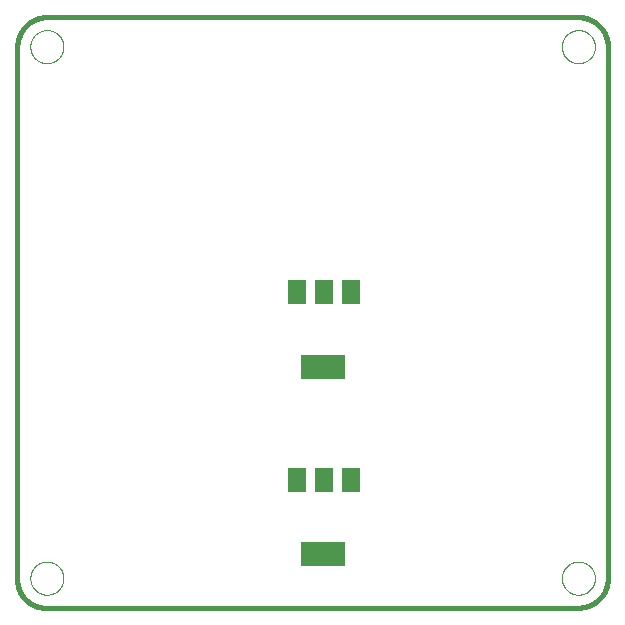
<source format=gbp>
G75*
%MOIN*%
%OFA0B0*%
%FSLAX25Y25*%
%IPPOS*%
%LPD*%
%AMOC8*
5,1,8,0,0,1.08239X$1,22.5*
%
%ADD10C,0.00000*%
%ADD11C,0.01600*%
%ADD12R,0.05900X0.07900*%
%ADD13R,0.15000X0.07900*%
D10*
X0006143Y0011643D02*
X0006145Y0011791D01*
X0006151Y0011939D01*
X0006161Y0012087D01*
X0006175Y0012234D01*
X0006193Y0012381D01*
X0006214Y0012527D01*
X0006240Y0012673D01*
X0006270Y0012818D01*
X0006303Y0012962D01*
X0006341Y0013105D01*
X0006382Y0013247D01*
X0006427Y0013388D01*
X0006475Y0013528D01*
X0006528Y0013667D01*
X0006584Y0013804D01*
X0006644Y0013939D01*
X0006707Y0014073D01*
X0006774Y0014205D01*
X0006845Y0014335D01*
X0006919Y0014463D01*
X0006996Y0014589D01*
X0007077Y0014713D01*
X0007161Y0014835D01*
X0007248Y0014954D01*
X0007339Y0015071D01*
X0007433Y0015186D01*
X0007529Y0015298D01*
X0007629Y0015408D01*
X0007731Y0015514D01*
X0007837Y0015618D01*
X0007945Y0015719D01*
X0008056Y0015817D01*
X0008169Y0015913D01*
X0008285Y0016005D01*
X0008403Y0016094D01*
X0008524Y0016179D01*
X0008647Y0016262D01*
X0008772Y0016341D01*
X0008899Y0016417D01*
X0009028Y0016489D01*
X0009159Y0016558D01*
X0009292Y0016623D01*
X0009427Y0016684D01*
X0009563Y0016742D01*
X0009700Y0016797D01*
X0009839Y0016847D01*
X0009980Y0016894D01*
X0010121Y0016937D01*
X0010264Y0016977D01*
X0010408Y0017012D01*
X0010552Y0017044D01*
X0010698Y0017071D01*
X0010844Y0017095D01*
X0010991Y0017115D01*
X0011138Y0017131D01*
X0011285Y0017143D01*
X0011433Y0017151D01*
X0011581Y0017155D01*
X0011729Y0017155D01*
X0011877Y0017151D01*
X0012025Y0017143D01*
X0012172Y0017131D01*
X0012319Y0017115D01*
X0012466Y0017095D01*
X0012612Y0017071D01*
X0012758Y0017044D01*
X0012902Y0017012D01*
X0013046Y0016977D01*
X0013189Y0016937D01*
X0013330Y0016894D01*
X0013471Y0016847D01*
X0013610Y0016797D01*
X0013747Y0016742D01*
X0013883Y0016684D01*
X0014018Y0016623D01*
X0014151Y0016558D01*
X0014282Y0016489D01*
X0014411Y0016417D01*
X0014538Y0016341D01*
X0014663Y0016262D01*
X0014786Y0016179D01*
X0014907Y0016094D01*
X0015025Y0016005D01*
X0015141Y0015913D01*
X0015254Y0015817D01*
X0015365Y0015719D01*
X0015473Y0015618D01*
X0015579Y0015514D01*
X0015681Y0015408D01*
X0015781Y0015298D01*
X0015877Y0015186D01*
X0015971Y0015071D01*
X0016062Y0014954D01*
X0016149Y0014835D01*
X0016233Y0014713D01*
X0016314Y0014589D01*
X0016391Y0014463D01*
X0016465Y0014335D01*
X0016536Y0014205D01*
X0016603Y0014073D01*
X0016666Y0013939D01*
X0016726Y0013804D01*
X0016782Y0013667D01*
X0016835Y0013528D01*
X0016883Y0013388D01*
X0016928Y0013247D01*
X0016969Y0013105D01*
X0017007Y0012962D01*
X0017040Y0012818D01*
X0017070Y0012673D01*
X0017096Y0012527D01*
X0017117Y0012381D01*
X0017135Y0012234D01*
X0017149Y0012087D01*
X0017159Y0011939D01*
X0017165Y0011791D01*
X0017167Y0011643D01*
X0017165Y0011495D01*
X0017159Y0011347D01*
X0017149Y0011199D01*
X0017135Y0011052D01*
X0017117Y0010905D01*
X0017096Y0010759D01*
X0017070Y0010613D01*
X0017040Y0010468D01*
X0017007Y0010324D01*
X0016969Y0010181D01*
X0016928Y0010039D01*
X0016883Y0009898D01*
X0016835Y0009758D01*
X0016782Y0009619D01*
X0016726Y0009482D01*
X0016666Y0009347D01*
X0016603Y0009213D01*
X0016536Y0009081D01*
X0016465Y0008951D01*
X0016391Y0008823D01*
X0016314Y0008697D01*
X0016233Y0008573D01*
X0016149Y0008451D01*
X0016062Y0008332D01*
X0015971Y0008215D01*
X0015877Y0008100D01*
X0015781Y0007988D01*
X0015681Y0007878D01*
X0015579Y0007772D01*
X0015473Y0007668D01*
X0015365Y0007567D01*
X0015254Y0007469D01*
X0015141Y0007373D01*
X0015025Y0007281D01*
X0014907Y0007192D01*
X0014786Y0007107D01*
X0014663Y0007024D01*
X0014538Y0006945D01*
X0014411Y0006869D01*
X0014282Y0006797D01*
X0014151Y0006728D01*
X0014018Y0006663D01*
X0013883Y0006602D01*
X0013747Y0006544D01*
X0013610Y0006489D01*
X0013471Y0006439D01*
X0013330Y0006392D01*
X0013189Y0006349D01*
X0013046Y0006309D01*
X0012902Y0006274D01*
X0012758Y0006242D01*
X0012612Y0006215D01*
X0012466Y0006191D01*
X0012319Y0006171D01*
X0012172Y0006155D01*
X0012025Y0006143D01*
X0011877Y0006135D01*
X0011729Y0006131D01*
X0011581Y0006131D01*
X0011433Y0006135D01*
X0011285Y0006143D01*
X0011138Y0006155D01*
X0010991Y0006171D01*
X0010844Y0006191D01*
X0010698Y0006215D01*
X0010552Y0006242D01*
X0010408Y0006274D01*
X0010264Y0006309D01*
X0010121Y0006349D01*
X0009980Y0006392D01*
X0009839Y0006439D01*
X0009700Y0006489D01*
X0009563Y0006544D01*
X0009427Y0006602D01*
X0009292Y0006663D01*
X0009159Y0006728D01*
X0009028Y0006797D01*
X0008899Y0006869D01*
X0008772Y0006945D01*
X0008647Y0007024D01*
X0008524Y0007107D01*
X0008403Y0007192D01*
X0008285Y0007281D01*
X0008169Y0007373D01*
X0008056Y0007469D01*
X0007945Y0007567D01*
X0007837Y0007668D01*
X0007731Y0007772D01*
X0007629Y0007878D01*
X0007529Y0007988D01*
X0007433Y0008100D01*
X0007339Y0008215D01*
X0007248Y0008332D01*
X0007161Y0008451D01*
X0007077Y0008573D01*
X0006996Y0008697D01*
X0006919Y0008823D01*
X0006845Y0008951D01*
X0006774Y0009081D01*
X0006707Y0009213D01*
X0006644Y0009347D01*
X0006584Y0009482D01*
X0006528Y0009619D01*
X0006475Y0009758D01*
X0006427Y0009898D01*
X0006382Y0010039D01*
X0006341Y0010181D01*
X0006303Y0010324D01*
X0006270Y0010468D01*
X0006240Y0010613D01*
X0006214Y0010759D01*
X0006193Y0010905D01*
X0006175Y0011052D01*
X0006161Y0011199D01*
X0006151Y0011347D01*
X0006145Y0011495D01*
X0006143Y0011643D01*
X0006143Y0188808D02*
X0006145Y0188956D01*
X0006151Y0189104D01*
X0006161Y0189252D01*
X0006175Y0189399D01*
X0006193Y0189546D01*
X0006214Y0189692D01*
X0006240Y0189838D01*
X0006270Y0189983D01*
X0006303Y0190127D01*
X0006341Y0190270D01*
X0006382Y0190412D01*
X0006427Y0190553D01*
X0006475Y0190693D01*
X0006528Y0190832D01*
X0006584Y0190969D01*
X0006644Y0191104D01*
X0006707Y0191238D01*
X0006774Y0191370D01*
X0006845Y0191500D01*
X0006919Y0191628D01*
X0006996Y0191754D01*
X0007077Y0191878D01*
X0007161Y0192000D01*
X0007248Y0192119D01*
X0007339Y0192236D01*
X0007433Y0192351D01*
X0007529Y0192463D01*
X0007629Y0192573D01*
X0007731Y0192679D01*
X0007837Y0192783D01*
X0007945Y0192884D01*
X0008056Y0192982D01*
X0008169Y0193078D01*
X0008285Y0193170D01*
X0008403Y0193259D01*
X0008524Y0193344D01*
X0008647Y0193427D01*
X0008772Y0193506D01*
X0008899Y0193582D01*
X0009028Y0193654D01*
X0009159Y0193723D01*
X0009292Y0193788D01*
X0009427Y0193849D01*
X0009563Y0193907D01*
X0009700Y0193962D01*
X0009839Y0194012D01*
X0009980Y0194059D01*
X0010121Y0194102D01*
X0010264Y0194142D01*
X0010408Y0194177D01*
X0010552Y0194209D01*
X0010698Y0194236D01*
X0010844Y0194260D01*
X0010991Y0194280D01*
X0011138Y0194296D01*
X0011285Y0194308D01*
X0011433Y0194316D01*
X0011581Y0194320D01*
X0011729Y0194320D01*
X0011877Y0194316D01*
X0012025Y0194308D01*
X0012172Y0194296D01*
X0012319Y0194280D01*
X0012466Y0194260D01*
X0012612Y0194236D01*
X0012758Y0194209D01*
X0012902Y0194177D01*
X0013046Y0194142D01*
X0013189Y0194102D01*
X0013330Y0194059D01*
X0013471Y0194012D01*
X0013610Y0193962D01*
X0013747Y0193907D01*
X0013883Y0193849D01*
X0014018Y0193788D01*
X0014151Y0193723D01*
X0014282Y0193654D01*
X0014411Y0193582D01*
X0014538Y0193506D01*
X0014663Y0193427D01*
X0014786Y0193344D01*
X0014907Y0193259D01*
X0015025Y0193170D01*
X0015141Y0193078D01*
X0015254Y0192982D01*
X0015365Y0192884D01*
X0015473Y0192783D01*
X0015579Y0192679D01*
X0015681Y0192573D01*
X0015781Y0192463D01*
X0015877Y0192351D01*
X0015971Y0192236D01*
X0016062Y0192119D01*
X0016149Y0192000D01*
X0016233Y0191878D01*
X0016314Y0191754D01*
X0016391Y0191628D01*
X0016465Y0191500D01*
X0016536Y0191370D01*
X0016603Y0191238D01*
X0016666Y0191104D01*
X0016726Y0190969D01*
X0016782Y0190832D01*
X0016835Y0190693D01*
X0016883Y0190553D01*
X0016928Y0190412D01*
X0016969Y0190270D01*
X0017007Y0190127D01*
X0017040Y0189983D01*
X0017070Y0189838D01*
X0017096Y0189692D01*
X0017117Y0189546D01*
X0017135Y0189399D01*
X0017149Y0189252D01*
X0017159Y0189104D01*
X0017165Y0188956D01*
X0017167Y0188808D01*
X0017165Y0188660D01*
X0017159Y0188512D01*
X0017149Y0188364D01*
X0017135Y0188217D01*
X0017117Y0188070D01*
X0017096Y0187924D01*
X0017070Y0187778D01*
X0017040Y0187633D01*
X0017007Y0187489D01*
X0016969Y0187346D01*
X0016928Y0187204D01*
X0016883Y0187063D01*
X0016835Y0186923D01*
X0016782Y0186784D01*
X0016726Y0186647D01*
X0016666Y0186512D01*
X0016603Y0186378D01*
X0016536Y0186246D01*
X0016465Y0186116D01*
X0016391Y0185988D01*
X0016314Y0185862D01*
X0016233Y0185738D01*
X0016149Y0185616D01*
X0016062Y0185497D01*
X0015971Y0185380D01*
X0015877Y0185265D01*
X0015781Y0185153D01*
X0015681Y0185043D01*
X0015579Y0184937D01*
X0015473Y0184833D01*
X0015365Y0184732D01*
X0015254Y0184634D01*
X0015141Y0184538D01*
X0015025Y0184446D01*
X0014907Y0184357D01*
X0014786Y0184272D01*
X0014663Y0184189D01*
X0014538Y0184110D01*
X0014411Y0184034D01*
X0014282Y0183962D01*
X0014151Y0183893D01*
X0014018Y0183828D01*
X0013883Y0183767D01*
X0013747Y0183709D01*
X0013610Y0183654D01*
X0013471Y0183604D01*
X0013330Y0183557D01*
X0013189Y0183514D01*
X0013046Y0183474D01*
X0012902Y0183439D01*
X0012758Y0183407D01*
X0012612Y0183380D01*
X0012466Y0183356D01*
X0012319Y0183336D01*
X0012172Y0183320D01*
X0012025Y0183308D01*
X0011877Y0183300D01*
X0011729Y0183296D01*
X0011581Y0183296D01*
X0011433Y0183300D01*
X0011285Y0183308D01*
X0011138Y0183320D01*
X0010991Y0183336D01*
X0010844Y0183356D01*
X0010698Y0183380D01*
X0010552Y0183407D01*
X0010408Y0183439D01*
X0010264Y0183474D01*
X0010121Y0183514D01*
X0009980Y0183557D01*
X0009839Y0183604D01*
X0009700Y0183654D01*
X0009563Y0183709D01*
X0009427Y0183767D01*
X0009292Y0183828D01*
X0009159Y0183893D01*
X0009028Y0183962D01*
X0008899Y0184034D01*
X0008772Y0184110D01*
X0008647Y0184189D01*
X0008524Y0184272D01*
X0008403Y0184357D01*
X0008285Y0184446D01*
X0008169Y0184538D01*
X0008056Y0184634D01*
X0007945Y0184732D01*
X0007837Y0184833D01*
X0007731Y0184937D01*
X0007629Y0185043D01*
X0007529Y0185153D01*
X0007433Y0185265D01*
X0007339Y0185380D01*
X0007248Y0185497D01*
X0007161Y0185616D01*
X0007077Y0185738D01*
X0006996Y0185862D01*
X0006919Y0185988D01*
X0006845Y0186116D01*
X0006774Y0186246D01*
X0006707Y0186378D01*
X0006644Y0186512D01*
X0006584Y0186647D01*
X0006528Y0186784D01*
X0006475Y0186923D01*
X0006427Y0187063D01*
X0006382Y0187204D01*
X0006341Y0187346D01*
X0006303Y0187489D01*
X0006270Y0187633D01*
X0006240Y0187778D01*
X0006214Y0187924D01*
X0006193Y0188070D01*
X0006175Y0188217D01*
X0006161Y0188364D01*
X0006151Y0188512D01*
X0006145Y0188660D01*
X0006143Y0188808D01*
X0183309Y0188808D02*
X0183311Y0188956D01*
X0183317Y0189104D01*
X0183327Y0189252D01*
X0183341Y0189399D01*
X0183359Y0189546D01*
X0183380Y0189692D01*
X0183406Y0189838D01*
X0183436Y0189983D01*
X0183469Y0190127D01*
X0183507Y0190270D01*
X0183548Y0190412D01*
X0183593Y0190553D01*
X0183641Y0190693D01*
X0183694Y0190832D01*
X0183750Y0190969D01*
X0183810Y0191104D01*
X0183873Y0191238D01*
X0183940Y0191370D01*
X0184011Y0191500D01*
X0184085Y0191628D01*
X0184162Y0191754D01*
X0184243Y0191878D01*
X0184327Y0192000D01*
X0184414Y0192119D01*
X0184505Y0192236D01*
X0184599Y0192351D01*
X0184695Y0192463D01*
X0184795Y0192573D01*
X0184897Y0192679D01*
X0185003Y0192783D01*
X0185111Y0192884D01*
X0185222Y0192982D01*
X0185335Y0193078D01*
X0185451Y0193170D01*
X0185569Y0193259D01*
X0185690Y0193344D01*
X0185813Y0193427D01*
X0185938Y0193506D01*
X0186065Y0193582D01*
X0186194Y0193654D01*
X0186325Y0193723D01*
X0186458Y0193788D01*
X0186593Y0193849D01*
X0186729Y0193907D01*
X0186866Y0193962D01*
X0187005Y0194012D01*
X0187146Y0194059D01*
X0187287Y0194102D01*
X0187430Y0194142D01*
X0187574Y0194177D01*
X0187718Y0194209D01*
X0187864Y0194236D01*
X0188010Y0194260D01*
X0188157Y0194280D01*
X0188304Y0194296D01*
X0188451Y0194308D01*
X0188599Y0194316D01*
X0188747Y0194320D01*
X0188895Y0194320D01*
X0189043Y0194316D01*
X0189191Y0194308D01*
X0189338Y0194296D01*
X0189485Y0194280D01*
X0189632Y0194260D01*
X0189778Y0194236D01*
X0189924Y0194209D01*
X0190068Y0194177D01*
X0190212Y0194142D01*
X0190355Y0194102D01*
X0190496Y0194059D01*
X0190637Y0194012D01*
X0190776Y0193962D01*
X0190913Y0193907D01*
X0191049Y0193849D01*
X0191184Y0193788D01*
X0191317Y0193723D01*
X0191448Y0193654D01*
X0191577Y0193582D01*
X0191704Y0193506D01*
X0191829Y0193427D01*
X0191952Y0193344D01*
X0192073Y0193259D01*
X0192191Y0193170D01*
X0192307Y0193078D01*
X0192420Y0192982D01*
X0192531Y0192884D01*
X0192639Y0192783D01*
X0192745Y0192679D01*
X0192847Y0192573D01*
X0192947Y0192463D01*
X0193043Y0192351D01*
X0193137Y0192236D01*
X0193228Y0192119D01*
X0193315Y0192000D01*
X0193399Y0191878D01*
X0193480Y0191754D01*
X0193557Y0191628D01*
X0193631Y0191500D01*
X0193702Y0191370D01*
X0193769Y0191238D01*
X0193832Y0191104D01*
X0193892Y0190969D01*
X0193948Y0190832D01*
X0194001Y0190693D01*
X0194049Y0190553D01*
X0194094Y0190412D01*
X0194135Y0190270D01*
X0194173Y0190127D01*
X0194206Y0189983D01*
X0194236Y0189838D01*
X0194262Y0189692D01*
X0194283Y0189546D01*
X0194301Y0189399D01*
X0194315Y0189252D01*
X0194325Y0189104D01*
X0194331Y0188956D01*
X0194333Y0188808D01*
X0194331Y0188660D01*
X0194325Y0188512D01*
X0194315Y0188364D01*
X0194301Y0188217D01*
X0194283Y0188070D01*
X0194262Y0187924D01*
X0194236Y0187778D01*
X0194206Y0187633D01*
X0194173Y0187489D01*
X0194135Y0187346D01*
X0194094Y0187204D01*
X0194049Y0187063D01*
X0194001Y0186923D01*
X0193948Y0186784D01*
X0193892Y0186647D01*
X0193832Y0186512D01*
X0193769Y0186378D01*
X0193702Y0186246D01*
X0193631Y0186116D01*
X0193557Y0185988D01*
X0193480Y0185862D01*
X0193399Y0185738D01*
X0193315Y0185616D01*
X0193228Y0185497D01*
X0193137Y0185380D01*
X0193043Y0185265D01*
X0192947Y0185153D01*
X0192847Y0185043D01*
X0192745Y0184937D01*
X0192639Y0184833D01*
X0192531Y0184732D01*
X0192420Y0184634D01*
X0192307Y0184538D01*
X0192191Y0184446D01*
X0192073Y0184357D01*
X0191952Y0184272D01*
X0191829Y0184189D01*
X0191704Y0184110D01*
X0191577Y0184034D01*
X0191448Y0183962D01*
X0191317Y0183893D01*
X0191184Y0183828D01*
X0191049Y0183767D01*
X0190913Y0183709D01*
X0190776Y0183654D01*
X0190637Y0183604D01*
X0190496Y0183557D01*
X0190355Y0183514D01*
X0190212Y0183474D01*
X0190068Y0183439D01*
X0189924Y0183407D01*
X0189778Y0183380D01*
X0189632Y0183356D01*
X0189485Y0183336D01*
X0189338Y0183320D01*
X0189191Y0183308D01*
X0189043Y0183300D01*
X0188895Y0183296D01*
X0188747Y0183296D01*
X0188599Y0183300D01*
X0188451Y0183308D01*
X0188304Y0183320D01*
X0188157Y0183336D01*
X0188010Y0183356D01*
X0187864Y0183380D01*
X0187718Y0183407D01*
X0187574Y0183439D01*
X0187430Y0183474D01*
X0187287Y0183514D01*
X0187146Y0183557D01*
X0187005Y0183604D01*
X0186866Y0183654D01*
X0186729Y0183709D01*
X0186593Y0183767D01*
X0186458Y0183828D01*
X0186325Y0183893D01*
X0186194Y0183962D01*
X0186065Y0184034D01*
X0185938Y0184110D01*
X0185813Y0184189D01*
X0185690Y0184272D01*
X0185569Y0184357D01*
X0185451Y0184446D01*
X0185335Y0184538D01*
X0185222Y0184634D01*
X0185111Y0184732D01*
X0185003Y0184833D01*
X0184897Y0184937D01*
X0184795Y0185043D01*
X0184695Y0185153D01*
X0184599Y0185265D01*
X0184505Y0185380D01*
X0184414Y0185497D01*
X0184327Y0185616D01*
X0184243Y0185738D01*
X0184162Y0185862D01*
X0184085Y0185988D01*
X0184011Y0186116D01*
X0183940Y0186246D01*
X0183873Y0186378D01*
X0183810Y0186512D01*
X0183750Y0186647D01*
X0183694Y0186784D01*
X0183641Y0186923D01*
X0183593Y0187063D01*
X0183548Y0187204D01*
X0183507Y0187346D01*
X0183469Y0187489D01*
X0183436Y0187633D01*
X0183406Y0187778D01*
X0183380Y0187924D01*
X0183359Y0188070D01*
X0183341Y0188217D01*
X0183327Y0188364D01*
X0183317Y0188512D01*
X0183311Y0188660D01*
X0183309Y0188808D01*
X0183309Y0011643D02*
X0183311Y0011791D01*
X0183317Y0011939D01*
X0183327Y0012087D01*
X0183341Y0012234D01*
X0183359Y0012381D01*
X0183380Y0012527D01*
X0183406Y0012673D01*
X0183436Y0012818D01*
X0183469Y0012962D01*
X0183507Y0013105D01*
X0183548Y0013247D01*
X0183593Y0013388D01*
X0183641Y0013528D01*
X0183694Y0013667D01*
X0183750Y0013804D01*
X0183810Y0013939D01*
X0183873Y0014073D01*
X0183940Y0014205D01*
X0184011Y0014335D01*
X0184085Y0014463D01*
X0184162Y0014589D01*
X0184243Y0014713D01*
X0184327Y0014835D01*
X0184414Y0014954D01*
X0184505Y0015071D01*
X0184599Y0015186D01*
X0184695Y0015298D01*
X0184795Y0015408D01*
X0184897Y0015514D01*
X0185003Y0015618D01*
X0185111Y0015719D01*
X0185222Y0015817D01*
X0185335Y0015913D01*
X0185451Y0016005D01*
X0185569Y0016094D01*
X0185690Y0016179D01*
X0185813Y0016262D01*
X0185938Y0016341D01*
X0186065Y0016417D01*
X0186194Y0016489D01*
X0186325Y0016558D01*
X0186458Y0016623D01*
X0186593Y0016684D01*
X0186729Y0016742D01*
X0186866Y0016797D01*
X0187005Y0016847D01*
X0187146Y0016894D01*
X0187287Y0016937D01*
X0187430Y0016977D01*
X0187574Y0017012D01*
X0187718Y0017044D01*
X0187864Y0017071D01*
X0188010Y0017095D01*
X0188157Y0017115D01*
X0188304Y0017131D01*
X0188451Y0017143D01*
X0188599Y0017151D01*
X0188747Y0017155D01*
X0188895Y0017155D01*
X0189043Y0017151D01*
X0189191Y0017143D01*
X0189338Y0017131D01*
X0189485Y0017115D01*
X0189632Y0017095D01*
X0189778Y0017071D01*
X0189924Y0017044D01*
X0190068Y0017012D01*
X0190212Y0016977D01*
X0190355Y0016937D01*
X0190496Y0016894D01*
X0190637Y0016847D01*
X0190776Y0016797D01*
X0190913Y0016742D01*
X0191049Y0016684D01*
X0191184Y0016623D01*
X0191317Y0016558D01*
X0191448Y0016489D01*
X0191577Y0016417D01*
X0191704Y0016341D01*
X0191829Y0016262D01*
X0191952Y0016179D01*
X0192073Y0016094D01*
X0192191Y0016005D01*
X0192307Y0015913D01*
X0192420Y0015817D01*
X0192531Y0015719D01*
X0192639Y0015618D01*
X0192745Y0015514D01*
X0192847Y0015408D01*
X0192947Y0015298D01*
X0193043Y0015186D01*
X0193137Y0015071D01*
X0193228Y0014954D01*
X0193315Y0014835D01*
X0193399Y0014713D01*
X0193480Y0014589D01*
X0193557Y0014463D01*
X0193631Y0014335D01*
X0193702Y0014205D01*
X0193769Y0014073D01*
X0193832Y0013939D01*
X0193892Y0013804D01*
X0193948Y0013667D01*
X0194001Y0013528D01*
X0194049Y0013388D01*
X0194094Y0013247D01*
X0194135Y0013105D01*
X0194173Y0012962D01*
X0194206Y0012818D01*
X0194236Y0012673D01*
X0194262Y0012527D01*
X0194283Y0012381D01*
X0194301Y0012234D01*
X0194315Y0012087D01*
X0194325Y0011939D01*
X0194331Y0011791D01*
X0194333Y0011643D01*
X0194331Y0011495D01*
X0194325Y0011347D01*
X0194315Y0011199D01*
X0194301Y0011052D01*
X0194283Y0010905D01*
X0194262Y0010759D01*
X0194236Y0010613D01*
X0194206Y0010468D01*
X0194173Y0010324D01*
X0194135Y0010181D01*
X0194094Y0010039D01*
X0194049Y0009898D01*
X0194001Y0009758D01*
X0193948Y0009619D01*
X0193892Y0009482D01*
X0193832Y0009347D01*
X0193769Y0009213D01*
X0193702Y0009081D01*
X0193631Y0008951D01*
X0193557Y0008823D01*
X0193480Y0008697D01*
X0193399Y0008573D01*
X0193315Y0008451D01*
X0193228Y0008332D01*
X0193137Y0008215D01*
X0193043Y0008100D01*
X0192947Y0007988D01*
X0192847Y0007878D01*
X0192745Y0007772D01*
X0192639Y0007668D01*
X0192531Y0007567D01*
X0192420Y0007469D01*
X0192307Y0007373D01*
X0192191Y0007281D01*
X0192073Y0007192D01*
X0191952Y0007107D01*
X0191829Y0007024D01*
X0191704Y0006945D01*
X0191577Y0006869D01*
X0191448Y0006797D01*
X0191317Y0006728D01*
X0191184Y0006663D01*
X0191049Y0006602D01*
X0190913Y0006544D01*
X0190776Y0006489D01*
X0190637Y0006439D01*
X0190496Y0006392D01*
X0190355Y0006349D01*
X0190212Y0006309D01*
X0190068Y0006274D01*
X0189924Y0006242D01*
X0189778Y0006215D01*
X0189632Y0006191D01*
X0189485Y0006171D01*
X0189338Y0006155D01*
X0189191Y0006143D01*
X0189043Y0006135D01*
X0188895Y0006131D01*
X0188747Y0006131D01*
X0188599Y0006135D01*
X0188451Y0006143D01*
X0188304Y0006155D01*
X0188157Y0006171D01*
X0188010Y0006191D01*
X0187864Y0006215D01*
X0187718Y0006242D01*
X0187574Y0006274D01*
X0187430Y0006309D01*
X0187287Y0006349D01*
X0187146Y0006392D01*
X0187005Y0006439D01*
X0186866Y0006489D01*
X0186729Y0006544D01*
X0186593Y0006602D01*
X0186458Y0006663D01*
X0186325Y0006728D01*
X0186194Y0006797D01*
X0186065Y0006869D01*
X0185938Y0006945D01*
X0185813Y0007024D01*
X0185690Y0007107D01*
X0185569Y0007192D01*
X0185451Y0007281D01*
X0185335Y0007373D01*
X0185222Y0007469D01*
X0185111Y0007567D01*
X0185003Y0007668D01*
X0184897Y0007772D01*
X0184795Y0007878D01*
X0184695Y0007988D01*
X0184599Y0008100D01*
X0184505Y0008215D01*
X0184414Y0008332D01*
X0184327Y0008451D01*
X0184243Y0008573D01*
X0184162Y0008697D01*
X0184085Y0008823D01*
X0184011Y0008951D01*
X0183940Y0009081D01*
X0183873Y0009213D01*
X0183810Y0009347D01*
X0183750Y0009482D01*
X0183694Y0009619D01*
X0183641Y0009758D01*
X0183593Y0009898D01*
X0183548Y0010039D01*
X0183507Y0010181D01*
X0183469Y0010324D01*
X0183436Y0010468D01*
X0183406Y0010613D01*
X0183380Y0010759D01*
X0183359Y0010905D01*
X0183341Y0011052D01*
X0183327Y0011199D01*
X0183317Y0011347D01*
X0183311Y0011495D01*
X0183309Y0011643D01*
D11*
X0188821Y0001800D02*
X0010671Y0001800D01*
X0010445Y0001815D01*
X0010220Y0001835D01*
X0009995Y0001860D01*
X0009771Y0001891D01*
X0009547Y0001927D01*
X0009325Y0001969D01*
X0009104Y0002016D01*
X0008884Y0002069D01*
X0008665Y0002126D01*
X0008448Y0002189D01*
X0008232Y0002258D01*
X0008018Y0002331D01*
X0007806Y0002410D01*
X0007595Y0002493D01*
X0007387Y0002582D01*
X0007181Y0002676D01*
X0006978Y0002774D01*
X0006777Y0002878D01*
X0006578Y0002986D01*
X0006382Y0003100D01*
X0006189Y0003218D01*
X0005999Y0003340D01*
X0005812Y0003467D01*
X0005627Y0003599D01*
X0005447Y0003735D01*
X0005269Y0003875D01*
X0005095Y0004019D01*
X0004924Y0004168D01*
X0004758Y0004321D01*
X0004594Y0004478D01*
X0004435Y0004638D01*
X0004280Y0004803D01*
X0004128Y0004971D01*
X0003981Y0005143D01*
X0003838Y0005318D01*
X0003699Y0005497D01*
X0003565Y0005679D01*
X0003435Y0005864D01*
X0003309Y0006052D01*
X0003189Y0006244D01*
X0003072Y0006438D01*
X0002961Y0006635D01*
X0002854Y0006834D01*
X0002752Y0007036D01*
X0002655Y0007241D01*
X0002563Y0007447D01*
X0002476Y0007656D01*
X0002394Y0007867D01*
X0002318Y0008080D01*
X0002246Y0008295D01*
X0002180Y0008511D01*
X0002118Y0008729D01*
X0002063Y0008948D01*
X0002012Y0009168D01*
X0001967Y0009390D01*
X0001927Y0009613D01*
X0001893Y0009837D01*
X0001864Y0010061D01*
X0001840Y0010286D01*
X0001822Y0010511D01*
X0001809Y0010737D01*
X0001802Y0010964D01*
X0001800Y0011190D01*
X0001804Y0011416D01*
X0001813Y0011642D01*
X0001813Y0011643D02*
X0001813Y0188808D01*
X0001812Y0188808D02*
X0001815Y0189046D01*
X0001823Y0189284D01*
X0001838Y0189521D01*
X0001858Y0189758D01*
X0001884Y0189994D01*
X0001915Y0190230D01*
X0001952Y0190465D01*
X0001995Y0190699D01*
X0002044Y0190932D01*
X0002098Y0191164D01*
X0002158Y0191394D01*
X0002223Y0191623D01*
X0002294Y0191850D01*
X0002370Y0192075D01*
X0002452Y0192298D01*
X0002539Y0192520D01*
X0002631Y0192739D01*
X0002729Y0192956D01*
X0002831Y0193170D01*
X0002939Y0193382D01*
X0003053Y0193592D01*
X0003171Y0193798D01*
X0003294Y0194002D01*
X0003422Y0194202D01*
X0003554Y0194399D01*
X0003692Y0194594D01*
X0003834Y0194784D01*
X0003981Y0194972D01*
X0004132Y0195155D01*
X0004287Y0195335D01*
X0004447Y0195511D01*
X0004611Y0195683D01*
X0004780Y0195852D01*
X0004952Y0196016D01*
X0005128Y0196176D01*
X0005308Y0196331D01*
X0005491Y0196482D01*
X0005679Y0196629D01*
X0005869Y0196771D01*
X0006064Y0196909D01*
X0006261Y0197041D01*
X0006461Y0197169D01*
X0006665Y0197292D01*
X0006871Y0197410D01*
X0007081Y0197524D01*
X0007293Y0197632D01*
X0007507Y0197734D01*
X0007724Y0197832D01*
X0007943Y0197924D01*
X0008165Y0198011D01*
X0008388Y0198093D01*
X0008613Y0198169D01*
X0008840Y0198240D01*
X0009069Y0198305D01*
X0009299Y0198365D01*
X0009531Y0198419D01*
X0009764Y0198468D01*
X0009998Y0198511D01*
X0010233Y0198548D01*
X0010469Y0198579D01*
X0010705Y0198605D01*
X0010942Y0198625D01*
X0011179Y0198640D01*
X0011417Y0198648D01*
X0011655Y0198651D01*
X0011655Y0198650D02*
X0188821Y0198650D01*
X0188821Y0198651D02*
X0189059Y0198648D01*
X0189297Y0198640D01*
X0189534Y0198625D01*
X0189771Y0198605D01*
X0190007Y0198579D01*
X0190243Y0198548D01*
X0190478Y0198511D01*
X0190712Y0198468D01*
X0190945Y0198419D01*
X0191177Y0198365D01*
X0191407Y0198305D01*
X0191636Y0198240D01*
X0191863Y0198169D01*
X0192088Y0198093D01*
X0192311Y0198011D01*
X0192533Y0197924D01*
X0192752Y0197832D01*
X0192969Y0197734D01*
X0193183Y0197632D01*
X0193395Y0197524D01*
X0193605Y0197410D01*
X0193811Y0197292D01*
X0194015Y0197169D01*
X0194215Y0197041D01*
X0194412Y0196909D01*
X0194607Y0196771D01*
X0194797Y0196629D01*
X0194985Y0196482D01*
X0195168Y0196331D01*
X0195348Y0196176D01*
X0195524Y0196016D01*
X0195696Y0195852D01*
X0195865Y0195683D01*
X0196029Y0195511D01*
X0196189Y0195335D01*
X0196344Y0195155D01*
X0196495Y0194972D01*
X0196642Y0194784D01*
X0196784Y0194594D01*
X0196922Y0194399D01*
X0197054Y0194202D01*
X0197182Y0194002D01*
X0197305Y0193798D01*
X0197423Y0193592D01*
X0197537Y0193382D01*
X0197645Y0193170D01*
X0197747Y0192956D01*
X0197845Y0192739D01*
X0197937Y0192520D01*
X0198024Y0192298D01*
X0198106Y0192075D01*
X0198182Y0191850D01*
X0198253Y0191623D01*
X0198318Y0191394D01*
X0198378Y0191164D01*
X0198432Y0190932D01*
X0198481Y0190699D01*
X0198524Y0190465D01*
X0198561Y0190230D01*
X0198592Y0189994D01*
X0198618Y0189758D01*
X0198638Y0189521D01*
X0198653Y0189284D01*
X0198661Y0189046D01*
X0198664Y0188808D01*
X0198663Y0188808D02*
X0198663Y0011643D01*
X0198664Y0011643D02*
X0198661Y0011405D01*
X0198653Y0011167D01*
X0198638Y0010930D01*
X0198618Y0010693D01*
X0198592Y0010457D01*
X0198561Y0010221D01*
X0198524Y0009986D01*
X0198481Y0009752D01*
X0198432Y0009519D01*
X0198378Y0009287D01*
X0198318Y0009057D01*
X0198253Y0008828D01*
X0198182Y0008601D01*
X0198106Y0008376D01*
X0198024Y0008153D01*
X0197937Y0007931D01*
X0197845Y0007712D01*
X0197747Y0007495D01*
X0197645Y0007281D01*
X0197537Y0007069D01*
X0197423Y0006859D01*
X0197305Y0006653D01*
X0197182Y0006449D01*
X0197054Y0006249D01*
X0196922Y0006052D01*
X0196784Y0005857D01*
X0196642Y0005667D01*
X0196495Y0005479D01*
X0196344Y0005296D01*
X0196189Y0005116D01*
X0196029Y0004940D01*
X0195865Y0004768D01*
X0195696Y0004599D01*
X0195524Y0004435D01*
X0195348Y0004275D01*
X0195168Y0004120D01*
X0194985Y0003969D01*
X0194797Y0003822D01*
X0194607Y0003680D01*
X0194412Y0003542D01*
X0194215Y0003410D01*
X0194015Y0003282D01*
X0193811Y0003159D01*
X0193605Y0003041D01*
X0193395Y0002927D01*
X0193183Y0002819D01*
X0192969Y0002717D01*
X0192752Y0002619D01*
X0192533Y0002527D01*
X0192311Y0002440D01*
X0192088Y0002358D01*
X0191863Y0002282D01*
X0191636Y0002211D01*
X0191407Y0002146D01*
X0191177Y0002086D01*
X0190945Y0002032D01*
X0190712Y0001983D01*
X0190478Y0001940D01*
X0190243Y0001903D01*
X0190007Y0001872D01*
X0189771Y0001846D01*
X0189534Y0001826D01*
X0189297Y0001811D01*
X0189059Y0001803D01*
X0188821Y0001800D01*
D12*
X0112940Y0044476D03*
X0103940Y0044476D03*
X0094940Y0044476D03*
X0094940Y0106976D03*
X0103940Y0106976D03*
X0112940Y0106976D03*
D13*
X0103840Y0082176D03*
X0103840Y0019676D03*
M02*

</source>
